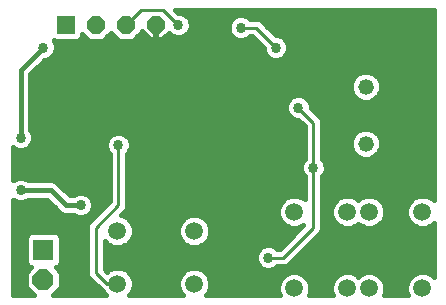
<source format=gbl>
G75*
G70*
%OFA0B0*%
%FSLAX24Y24*%
%IPPOS*%
%LPD*%
%AMOC8*
5,1,8,0,0,1.08239X$1,22.5*
%
%ADD10C,0.0520*%
%ADD11R,0.0594X0.0594*%
%ADD12OC8,0.0594*%
%ADD13C,0.0594*%
%ADD14R,0.0700X0.0700*%
%ADD15OC8,0.0700*%
%ADD16C,0.0160*%
%ADD17C,0.0340*%
%ADD18C,0.0591*%
%ADD19C,0.0100*%
D10*
X012790Y005550D03*
X012790Y007450D03*
D11*
X002790Y009500D03*
D12*
X003790Y009500D03*
X004790Y009500D03*
X005790Y009500D03*
D13*
X010404Y003280D03*
X012176Y003280D03*
X012904Y003280D03*
X014676Y003280D03*
X014676Y000720D03*
X012904Y000720D03*
X012176Y000720D03*
X010404Y000720D03*
X007070Y000864D03*
X007070Y002636D03*
X004510Y002636D03*
X004510Y000864D03*
D14*
X002040Y002000D03*
D15*
X002040Y001000D03*
D16*
X001030Y000490D02*
X001030Y003680D01*
X001058Y003652D01*
X001208Y003590D01*
X001372Y003590D01*
X001522Y003652D01*
X001550Y003680D01*
X002157Y003680D01*
X002609Y003229D01*
X002726Y003180D01*
X003030Y003180D01*
X003058Y003152D01*
X003208Y003090D01*
X003372Y003090D01*
X003522Y003152D01*
X003638Y003268D01*
X003700Y003418D01*
X003700Y003582D01*
X003638Y003732D01*
X003522Y003848D01*
X003372Y003910D01*
X003208Y003910D01*
X003058Y003848D01*
X003030Y003820D01*
X002923Y003820D01*
X002561Y004181D01*
X002471Y004271D01*
X002354Y004320D01*
X001550Y004320D01*
X001522Y004348D01*
X001372Y004410D01*
X001208Y004410D01*
X001058Y004348D01*
X001030Y004320D01*
X001030Y005430D01*
X001058Y005402D01*
X001208Y005340D01*
X001372Y005340D01*
X001522Y005402D01*
X001638Y005518D01*
X001700Y005668D01*
X001700Y005832D01*
X001638Y005982D01*
X001610Y006010D01*
X001610Y007867D01*
X002083Y008340D01*
X002122Y008340D01*
X002272Y008402D01*
X002388Y008518D01*
X002450Y008668D01*
X002450Y008832D01*
X002388Y008982D01*
X002379Y008991D01*
X002445Y008963D01*
X003135Y008963D01*
X003223Y009000D01*
X003290Y009067D01*
X003327Y009155D01*
X003327Y009204D01*
X003568Y008963D01*
X004012Y008963D01*
X004290Y009241D01*
X004568Y008963D01*
X005012Y008963D01*
X005327Y009278D01*
X005327Y009289D01*
X005592Y009023D01*
X005772Y009023D01*
X005772Y009482D01*
X005808Y009482D01*
X005808Y009023D01*
X005988Y009023D01*
X006212Y009248D01*
X006308Y009152D01*
X006458Y009090D01*
X006622Y009090D01*
X006772Y009152D01*
X006888Y009268D01*
X006950Y009418D01*
X006950Y009582D01*
X006888Y009732D01*
X006772Y009848D01*
X006622Y009910D01*
X006540Y009910D01*
X006440Y010010D01*
X015050Y010010D01*
X015050Y003665D01*
X014980Y003735D01*
X014783Y003816D01*
X014569Y003816D01*
X014372Y003735D01*
X014221Y003584D01*
X014139Y003386D01*
X014139Y003173D01*
X014221Y002975D01*
X014372Y002824D01*
X014569Y002743D01*
X014783Y002743D01*
X014980Y002824D01*
X015050Y002894D01*
X015050Y001106D01*
X014980Y001176D01*
X014783Y001257D01*
X014569Y001257D01*
X014372Y001176D01*
X014221Y001025D01*
X014139Y000827D01*
X014139Y000614D01*
X014190Y000490D01*
X013390Y000490D01*
X013441Y000614D01*
X013441Y000827D01*
X013359Y001025D01*
X013208Y001176D01*
X013011Y001257D01*
X012797Y001257D01*
X012600Y001176D01*
X012540Y001116D01*
X012480Y001176D01*
X012283Y001257D01*
X012069Y001257D01*
X011872Y001176D01*
X011721Y001025D01*
X011639Y000827D01*
X011639Y000614D01*
X011690Y000490D01*
X010890Y000490D01*
X010941Y000614D01*
X010941Y000827D01*
X010859Y001025D01*
X010708Y001176D01*
X010511Y001257D01*
X010297Y001257D01*
X010100Y001176D01*
X009949Y001025D01*
X009867Y000827D01*
X009867Y000614D01*
X009919Y000490D01*
X007455Y000490D01*
X007525Y000560D01*
X007606Y000757D01*
X007606Y000971D01*
X007525Y001168D01*
X007374Y001319D01*
X007176Y001401D01*
X006963Y001401D01*
X006765Y001319D01*
X006614Y001168D01*
X006533Y000971D01*
X006533Y000757D01*
X006614Y000560D01*
X006684Y000490D01*
X004896Y000490D01*
X004966Y000560D01*
X005047Y000757D01*
X005047Y000971D01*
X004966Y001168D01*
X004815Y001319D01*
X004617Y001401D01*
X004404Y001401D01*
X004206Y001319D01*
X004169Y001282D01*
X004080Y001370D01*
X004080Y002307D01*
X004206Y002181D01*
X004404Y002099D01*
X004617Y002099D01*
X004815Y002181D01*
X004966Y002332D01*
X005047Y002529D01*
X005047Y002743D01*
X004966Y002940D01*
X004815Y003091D01*
X004621Y003171D01*
X004786Y003336D01*
X004830Y003442D01*
X004830Y005210D01*
X004888Y005268D01*
X004950Y005418D01*
X004950Y005582D01*
X004888Y005732D01*
X004772Y005848D01*
X004622Y005910D01*
X004458Y005910D01*
X004308Y005848D01*
X004192Y005732D01*
X004130Y005582D01*
X004130Y005418D01*
X004192Y005268D01*
X004250Y005210D01*
X004250Y003620D01*
X003626Y002996D01*
X003544Y002914D01*
X003500Y002808D01*
X003500Y001192D01*
X003544Y001086D01*
X003626Y001004D01*
X004012Y000618D01*
X004035Y000608D01*
X004055Y000560D01*
X004125Y000490D01*
X002364Y000490D01*
X002630Y000756D01*
X002630Y001244D01*
X002457Y001418D01*
X002526Y001447D01*
X002593Y001514D01*
X002630Y001602D01*
X002630Y002398D01*
X002593Y002486D01*
X002526Y002553D01*
X002438Y002590D01*
X001642Y002590D01*
X001554Y002553D01*
X001487Y002486D01*
X001450Y002398D01*
X001450Y001602D01*
X001487Y001514D01*
X001554Y001447D01*
X001623Y001418D01*
X001450Y001244D01*
X001450Y000756D01*
X001716Y000490D01*
X001030Y000490D01*
X001030Y000567D02*
X001639Y000567D01*
X001480Y000726D02*
X001030Y000726D01*
X001030Y000884D02*
X001450Y000884D01*
X001450Y001043D02*
X001030Y001043D01*
X001030Y001201D02*
X001450Y001201D01*
X001565Y001360D02*
X001030Y001360D01*
X001030Y001518D02*
X001485Y001518D01*
X001450Y001677D02*
X001030Y001677D01*
X001030Y001835D02*
X001450Y001835D01*
X001450Y001994D02*
X001030Y001994D01*
X001030Y002152D02*
X001450Y002152D01*
X001450Y002311D02*
X001030Y002311D01*
X001030Y002469D02*
X001480Y002469D01*
X001030Y002628D02*
X003500Y002628D01*
X003500Y002786D02*
X001030Y002786D01*
X001030Y002945D02*
X003574Y002945D01*
X003733Y003103D02*
X003403Y003103D01*
X003177Y003103D02*
X001030Y003103D01*
X001030Y003262D02*
X002576Y003262D01*
X002417Y003420D02*
X001030Y003420D01*
X001030Y003579D02*
X002259Y003579D01*
X002290Y004000D02*
X001290Y004000D01*
X001114Y004371D02*
X001030Y004371D01*
X001030Y004530D02*
X004250Y004530D01*
X004250Y004688D02*
X001030Y004688D01*
X001030Y004847D02*
X004250Y004847D01*
X004250Y005005D02*
X001030Y005005D01*
X001030Y005164D02*
X004250Y005164D01*
X004170Y005322D02*
X001030Y005322D01*
X001290Y005750D02*
X001290Y008000D01*
X002040Y008750D01*
X002076Y008334D02*
X015050Y008334D01*
X015050Y008492D02*
X010112Y008492D01*
X010138Y008518D02*
X010200Y008668D01*
X010200Y008832D01*
X010138Y008982D01*
X010022Y009098D01*
X009872Y009160D01*
X009790Y009160D01*
X009289Y009661D01*
X009182Y009705D01*
X008914Y009705D01*
X008857Y009763D01*
X008706Y009825D01*
X008543Y009825D01*
X008392Y009763D01*
X008277Y009648D01*
X008215Y009497D01*
X008215Y009334D01*
X008277Y009183D01*
X008392Y009068D01*
X008543Y009005D01*
X008706Y009005D01*
X008857Y009068D01*
X008914Y009125D01*
X009005Y009125D01*
X009380Y008750D01*
X009380Y008668D01*
X009442Y008518D01*
X009558Y008402D01*
X009708Y008340D01*
X009872Y008340D01*
X010022Y008402D01*
X010138Y008518D01*
X010193Y008651D02*
X015050Y008651D01*
X015050Y008809D02*
X010200Y008809D01*
X010144Y008968D02*
X015050Y008968D01*
X015050Y009126D02*
X009954Y009126D01*
X009666Y009285D02*
X015050Y009285D01*
X015050Y009443D02*
X009507Y009443D01*
X009349Y009602D02*
X015050Y009602D01*
X015050Y009760D02*
X008860Y009760D01*
X008389Y009760D02*
X006860Y009760D01*
X006942Y009602D02*
X008258Y009602D01*
X008215Y009443D02*
X006950Y009443D01*
X006895Y009285D02*
X008235Y009285D01*
X008334Y009126D02*
X006708Y009126D01*
X006371Y009126D02*
X006090Y009126D01*
X005808Y009126D02*
X005772Y009126D01*
X005772Y009285D02*
X005808Y009285D01*
X005808Y009443D02*
X005772Y009443D01*
X005490Y009126D02*
X005175Y009126D01*
X005327Y009285D02*
X005331Y009285D01*
X005017Y008968D02*
X009162Y008968D01*
X009321Y008809D02*
X002450Y008809D01*
X002443Y008651D02*
X009387Y008651D01*
X009468Y008492D02*
X002362Y008492D01*
X002394Y008968D02*
X002435Y008968D01*
X003145Y008968D02*
X003563Y008968D01*
X003405Y009126D02*
X003315Y009126D01*
X004017Y008968D02*
X004563Y008968D01*
X004405Y009126D02*
X004175Y009126D01*
X001918Y008175D02*
X015050Y008175D01*
X015050Y008017D02*
X001759Y008017D01*
X001610Y007858D02*
X012491Y007858D01*
X012507Y007874D02*
X012366Y007733D01*
X012290Y007549D01*
X012290Y007351D01*
X012366Y007167D01*
X012507Y007026D01*
X012691Y006950D01*
X012889Y006950D01*
X013073Y007026D01*
X013214Y007167D01*
X013290Y007351D01*
X013290Y007549D01*
X013214Y007733D01*
X013073Y007874D01*
X012889Y007950D01*
X012691Y007950D01*
X012507Y007874D01*
X012352Y007700D02*
X001610Y007700D01*
X001610Y007541D02*
X012290Y007541D01*
X012290Y007383D02*
X001610Y007383D01*
X001610Y007224D02*
X012342Y007224D01*
X012467Y007066D02*
X010804Y007066D01*
X010772Y007098D02*
X010622Y007160D01*
X010458Y007160D01*
X010308Y007098D01*
X010192Y006982D01*
X010130Y006832D01*
X010130Y006668D01*
X010192Y006518D01*
X010308Y006402D01*
X010458Y006340D01*
X010540Y006340D01*
X010750Y006130D01*
X010750Y005040D01*
X010692Y004982D01*
X010630Y004832D01*
X010630Y004668D01*
X010692Y004518D01*
X010750Y004460D01*
X010750Y003693D01*
X010708Y003735D01*
X010511Y003816D01*
X010297Y003816D01*
X010100Y003735D01*
X009949Y003584D01*
X009867Y003386D01*
X009867Y003173D01*
X009949Y002975D01*
X010100Y002824D01*
X010297Y002743D01*
X010511Y002743D01*
X010701Y002822D01*
X009920Y002040D01*
X009830Y002040D01*
X009772Y002098D01*
X009622Y002160D01*
X009458Y002160D01*
X009308Y002098D01*
X009192Y001982D01*
X009130Y001832D01*
X009130Y001668D01*
X009192Y001518D01*
X004080Y001518D01*
X004080Y001677D02*
X009130Y001677D01*
X009131Y001835D02*
X004080Y001835D01*
X004080Y001994D02*
X009204Y001994D01*
X009439Y002152D02*
X007304Y002152D01*
X007374Y002181D02*
X007176Y002099D01*
X006963Y002099D01*
X006765Y002181D01*
X006614Y002332D01*
X006533Y002529D01*
X006533Y002743D01*
X006614Y002940D01*
X006765Y003091D01*
X006963Y003173D01*
X007176Y003173D01*
X007374Y003091D01*
X007525Y002940D01*
X007606Y002743D01*
X007606Y002529D01*
X007525Y002332D01*
X007374Y002181D01*
X007503Y002311D02*
X010190Y002311D01*
X010349Y002469D02*
X007582Y002469D01*
X007606Y002628D02*
X010507Y002628D01*
X010616Y002786D02*
X010666Y002786D01*
X011169Y002469D02*
X015050Y002469D01*
X015050Y002311D02*
X011011Y002311D01*
X010852Y002152D02*
X015050Y002152D01*
X015050Y001994D02*
X010694Y001994D01*
X010535Y001835D02*
X015050Y001835D01*
X015050Y001677D02*
X010377Y001677D01*
X010286Y001586D02*
X011286Y002586D01*
X011330Y002692D01*
X011330Y004460D01*
X011388Y004518D01*
X011450Y004668D01*
X011450Y004832D01*
X011388Y004982D01*
X011330Y005040D01*
X011330Y006308D01*
X011286Y006414D01*
X011204Y006496D01*
X010950Y006750D01*
X010950Y006832D01*
X010888Y006982D01*
X010772Y007098D01*
X010919Y006907D02*
X015050Y006907D01*
X015050Y006749D02*
X010952Y006749D01*
X011110Y006590D02*
X015050Y006590D01*
X015050Y006432D02*
X011269Y006432D01*
X011330Y006273D02*
X015050Y006273D01*
X015050Y006115D02*
X011330Y006115D01*
X011330Y005956D02*
X012489Y005956D01*
X012507Y005974D02*
X012366Y005833D01*
X012290Y005649D01*
X012290Y005451D01*
X012366Y005267D01*
X012507Y005126D01*
X012691Y005050D01*
X012889Y005050D01*
X013073Y005126D01*
X013214Y005267D01*
X013290Y005451D01*
X013290Y005649D01*
X013214Y005833D01*
X013073Y005974D01*
X012889Y006050D01*
X012691Y006050D01*
X012507Y005974D01*
X012351Y005798D02*
X011330Y005798D01*
X011330Y005639D02*
X012290Y005639D01*
X012290Y005481D02*
X011330Y005481D01*
X011330Y005322D02*
X012343Y005322D01*
X012469Y005164D02*
X011330Y005164D01*
X011365Y005005D02*
X015050Y005005D01*
X015050Y004847D02*
X011444Y004847D01*
X011450Y004688D02*
X015050Y004688D01*
X015050Y004530D02*
X011392Y004530D01*
X011330Y004371D02*
X015050Y004371D01*
X015050Y004213D02*
X011330Y004213D01*
X011330Y004054D02*
X015050Y004054D01*
X015050Y003896D02*
X011330Y003896D01*
X011330Y003737D02*
X011877Y003737D01*
X011872Y003735D02*
X011721Y003584D01*
X011639Y003386D01*
X011639Y003173D01*
X011721Y002975D01*
X011872Y002824D01*
X012069Y002743D01*
X012283Y002743D01*
X012480Y002824D01*
X012540Y002884D01*
X012600Y002824D01*
X012797Y002743D01*
X013011Y002743D01*
X013208Y002824D01*
X013359Y002975D01*
X013441Y003173D01*
X013441Y003386D01*
X013359Y003584D01*
X013208Y003735D01*
X013011Y003816D01*
X012797Y003816D01*
X012600Y003735D01*
X012540Y003675D01*
X012480Y003735D01*
X012283Y003816D01*
X012069Y003816D01*
X011872Y003735D01*
X011719Y003579D02*
X011330Y003579D01*
X011330Y003420D02*
X011653Y003420D01*
X011639Y003262D02*
X011330Y003262D01*
X011330Y003103D02*
X011668Y003103D01*
X011752Y002945D02*
X011330Y002945D01*
X011330Y002786D02*
X011964Y002786D01*
X012387Y002786D02*
X012693Y002786D01*
X013116Y002786D02*
X014464Y002786D01*
X014252Y002945D02*
X013328Y002945D01*
X013412Y003103D02*
X014168Y003103D01*
X014139Y003262D02*
X013441Y003262D01*
X013427Y003420D02*
X014153Y003420D01*
X014219Y003579D02*
X013361Y003579D01*
X013203Y003737D02*
X014377Y003737D01*
X014974Y003737D02*
X015050Y003737D01*
X015050Y002786D02*
X014887Y002786D01*
X015050Y002628D02*
X011303Y002628D01*
X010193Y002786D02*
X007588Y002786D01*
X007520Y002945D02*
X009980Y002945D01*
X009896Y003103D02*
X007345Y003103D01*
X006795Y003103D02*
X004785Y003103D01*
X004712Y003262D02*
X009867Y003262D01*
X009881Y003420D02*
X004821Y003420D01*
X004830Y003579D02*
X009947Y003579D01*
X010106Y003737D02*
X004830Y003737D01*
X004830Y003896D02*
X010750Y003896D01*
X010750Y004054D02*
X004830Y004054D01*
X004830Y004213D02*
X010750Y004213D01*
X010750Y004371D02*
X004830Y004371D01*
X004830Y004530D02*
X010688Y004530D01*
X010630Y004688D02*
X004830Y004688D01*
X004830Y004847D02*
X010636Y004847D01*
X010715Y005005D02*
X004830Y005005D01*
X004830Y005164D02*
X010750Y005164D01*
X010750Y005322D02*
X004910Y005322D01*
X004950Y005481D02*
X010750Y005481D01*
X010750Y005639D02*
X004926Y005639D01*
X004822Y005798D02*
X010750Y005798D01*
X010750Y005956D02*
X001648Y005956D01*
X001610Y006115D02*
X010750Y006115D01*
X010607Y006273D02*
X001610Y006273D01*
X001610Y006432D02*
X010279Y006432D01*
X010162Y006590D02*
X001610Y006590D01*
X001610Y006749D02*
X010130Y006749D01*
X010161Y006907D02*
X001610Y006907D01*
X001610Y007066D02*
X010276Y007066D01*
X013113Y007066D02*
X015050Y007066D01*
X015050Y007224D02*
X013238Y007224D01*
X013290Y007383D02*
X015050Y007383D01*
X015050Y007541D02*
X013290Y007541D01*
X013228Y007700D02*
X015050Y007700D01*
X015050Y007858D02*
X013089Y007858D01*
X013091Y005956D02*
X015050Y005956D01*
X015050Y005798D02*
X013229Y005798D01*
X013290Y005639D02*
X015050Y005639D01*
X015050Y005481D02*
X013290Y005481D01*
X013237Y005322D02*
X015050Y005322D01*
X015050Y005164D02*
X013111Y005164D01*
X012606Y003737D02*
X012474Y003737D01*
X010750Y003737D02*
X010703Y003737D01*
X010032Y002152D02*
X009641Y002152D01*
X009192Y001518D02*
X009308Y001402D01*
X009458Y001340D01*
X009622Y001340D01*
X009772Y001402D01*
X009830Y001460D01*
X010098Y001460D01*
X010204Y001504D01*
X010286Y001586D01*
X010218Y001518D02*
X015050Y001518D01*
X015050Y001360D02*
X009669Y001360D01*
X009411Y001360D02*
X007277Y001360D01*
X007492Y001201D02*
X010161Y001201D01*
X009967Y001043D02*
X007577Y001043D01*
X007606Y000884D02*
X009891Y000884D01*
X009867Y000726D02*
X007593Y000726D01*
X007528Y000567D02*
X009887Y000567D01*
X010647Y001201D02*
X011933Y001201D01*
X011739Y001043D02*
X010841Y001043D01*
X010918Y000884D02*
X011662Y000884D01*
X011639Y000726D02*
X010941Y000726D01*
X010922Y000567D02*
X011658Y000567D01*
X012419Y001201D02*
X012661Y001201D01*
X013147Y001201D02*
X014433Y001201D01*
X014239Y001043D02*
X013341Y001043D01*
X013418Y000884D02*
X014162Y000884D01*
X014139Y000726D02*
X013441Y000726D01*
X013422Y000567D02*
X014158Y000567D01*
X014919Y001201D02*
X015050Y001201D01*
X006863Y001360D02*
X004718Y001360D01*
X004933Y001201D02*
X006647Y001201D01*
X006562Y001043D02*
X005018Y001043D01*
X005047Y000884D02*
X006533Y000884D01*
X006546Y000726D02*
X005034Y000726D01*
X004968Y000567D02*
X006612Y000567D01*
X006835Y002152D02*
X004745Y002152D01*
X004944Y002311D02*
X006636Y002311D01*
X006558Y002469D02*
X005022Y002469D01*
X005047Y002628D02*
X006533Y002628D01*
X006551Y002786D02*
X005029Y002786D01*
X004961Y002945D02*
X006619Y002945D01*
X004276Y002152D02*
X004080Y002152D01*
X003500Y002152D02*
X002630Y002152D01*
X002630Y001994D02*
X003500Y001994D01*
X003500Y001835D02*
X002630Y001835D01*
X002630Y001677D02*
X003500Y001677D01*
X003500Y001518D02*
X002595Y001518D01*
X002515Y001360D02*
X003500Y001360D01*
X003500Y001201D02*
X002630Y001201D01*
X002630Y001043D02*
X003587Y001043D01*
X003746Y000884D02*
X002630Y000884D01*
X002600Y000726D02*
X003904Y000726D01*
X004052Y000567D02*
X002441Y000567D01*
X004091Y001360D02*
X004303Y001360D01*
X003500Y002311D02*
X002630Y002311D01*
X002600Y002469D02*
X003500Y002469D01*
X003631Y003262D02*
X003891Y003262D01*
X004050Y003420D02*
X003700Y003420D01*
X003700Y003579D02*
X004208Y003579D01*
X004250Y003737D02*
X003633Y003737D01*
X003407Y003896D02*
X004250Y003896D01*
X004250Y004054D02*
X002689Y004054D01*
X002847Y003896D02*
X003173Y003896D01*
X003290Y003500D02*
X002790Y003500D01*
X002290Y004000D01*
X002530Y004213D02*
X004250Y004213D01*
X004250Y004371D02*
X001466Y004371D01*
X001600Y005481D02*
X004130Y005481D01*
X004154Y005639D02*
X001688Y005639D01*
X001700Y005798D02*
X004258Y005798D01*
X006532Y009919D02*
X015050Y009919D01*
D17*
X014790Y008750D03*
X013790Y008750D03*
X013290Y009750D03*
X014790Y007250D03*
X014790Y005750D03*
X014790Y004500D03*
X013790Y004500D03*
X011540Y006500D03*
X011040Y007000D03*
X010540Y006750D03*
X010290Y006250D03*
X009290Y006250D03*
X009290Y007000D03*
X008540Y007000D03*
X008540Y006250D03*
X009790Y008750D03*
X008625Y009415D03*
X006540Y009500D03*
X006290Y008500D03*
X004790Y008250D03*
X003540Y008250D03*
X002540Y007500D03*
X002040Y008750D03*
X001290Y005750D03*
X002540Y005500D03*
X002540Y005000D03*
X002540Y004500D03*
X003290Y003500D03*
X004040Y004500D03*
X004040Y005000D03*
X004040Y005500D03*
X004540Y005500D03*
X001290Y004000D03*
X008290Y002750D03*
X008790Y002750D03*
X009290Y002750D03*
X009540Y001750D03*
X011040Y004750D03*
D18*
X003290Y005000D03*
D19*
X004540Y005500D02*
X004540Y003500D01*
X003790Y002750D01*
X003790Y001250D01*
X004176Y000864D01*
X004510Y000864D01*
X009540Y001750D02*
X010040Y001750D01*
X011040Y002750D01*
X011040Y004750D01*
X011040Y006250D01*
X010540Y006750D01*
X009790Y008750D02*
X009125Y009415D01*
X008625Y009415D01*
X006540Y009500D02*
X006040Y010000D01*
X005290Y010000D01*
X004790Y009500D01*
M02*

</source>
